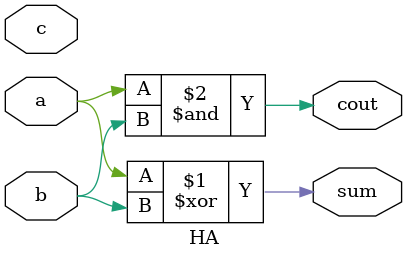
<source format=v>
`timescale 1ns/1ns
module HA(a, b, c, cout, sum) ;

  input a, b, c ;
  output cout, sum ;
  
  assign sum = a ^ b ;
  assign cout = a & b ;

  
endmodule



</source>
